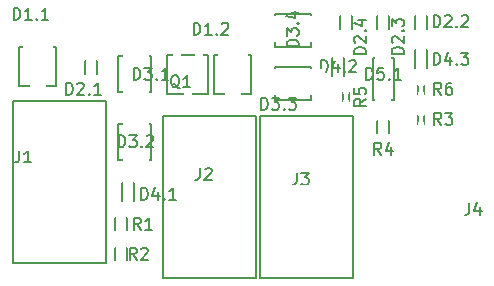
<source format=gbr>
G04 #@! TF.GenerationSoftware,KiCad,Pcbnew,(5.0.1)-3*
G04 #@! TF.CreationDate,2019-02-21T23:49:24-07:00*
G04 #@! TF.ProjectId,PowerManagement2019,506F7765724D616E6167656D656E7432,rev?*
G04 #@! TF.SameCoordinates,Original*
G04 #@! TF.FileFunction,Legend,Top*
G04 #@! TF.FilePolarity,Positive*
%FSLAX46Y46*%
G04 Gerber Fmt 4.6, Leading zero omitted, Abs format (unit mm)*
G04 Created by KiCad (PCBNEW (5.0.1)-3) date 2019-02-21 11:49:24 PM*
%MOMM*%
%LPD*%
G01*
G04 APERTURE LIST*
%ADD10C,0.150000*%
%ADD11R,2.642000X2.772000*%
%ADD12R,1.372000X0.862000*%
%ADD13R,0.902000X0.902000*%
%ADD14R,2.202000X1.372000*%
%ADD15R,1.372000X2.202000*%
%ADD16R,0.902000X0.702000*%
%ADD17R,1.322000X1.322000*%
%ADD18R,7.102000X3.602000*%
%ADD19R,3.602000X7.102000*%
%ADD20C,3.102000*%
%ADD21C,1.602000*%
%ADD22R,0.702000X1.502000*%
%ADD23R,0.902000X0.502000*%
%ADD24R,0.502000X0.502000*%
G04 APERTURE END LIST*
D10*
G04 #@! TO.C,D1.1*
X208534000Y-138176000D02*
X205994000Y-138176000D01*
X205994000Y-138176000D02*
X205994000Y-134874000D01*
X205994000Y-134874000D02*
X209169000Y-134874000D01*
X209169000Y-134874000D02*
X209169000Y-138176000D01*
X209169000Y-138176000D02*
X208407000Y-138176000D01*
G04 #@! TO.C,D1.2*
X225679000Y-138811000D02*
X224917000Y-138811000D01*
X225679000Y-135509000D02*
X225679000Y-138811000D01*
X222504000Y-135509000D02*
X225679000Y-135509000D01*
X222504000Y-138811000D02*
X222504000Y-135509000D01*
X225044000Y-138811000D02*
X222504000Y-138811000D01*
G04 #@! TO.C,D2.1*
X212598000Y-137160000D02*
X211582000Y-137160000D01*
X212598000Y-136017000D02*
X212598000Y-137160000D01*
X211582000Y-136017000D02*
X212598000Y-136017000D01*
X211582000Y-137160000D02*
X211582000Y-136017000D01*
G04 #@! TO.C,D2.4*
X233172000Y-133350000D02*
X233172000Y-132207000D01*
X233172000Y-132207000D02*
X234188000Y-132207000D01*
X234188000Y-132207000D02*
X234188000Y-133350000D01*
X234188000Y-133350000D02*
X233172000Y-133350000D01*
G04 #@! TO.C,D2.2*
X240538000Y-133350000D02*
X239522000Y-133350000D01*
X240538000Y-132207000D02*
X240538000Y-133350000D01*
X239522000Y-132207000D02*
X240538000Y-132207000D01*
X239522000Y-133350000D02*
X239522000Y-132207000D01*
G04 #@! TO.C,D2.3*
X236347000Y-133350000D02*
X236347000Y-132207000D01*
X236347000Y-132207000D02*
X237363000Y-132207000D01*
X237363000Y-132207000D02*
X237363000Y-133350000D01*
X237363000Y-133350000D02*
X236347000Y-133350000D01*
G04 #@! TO.C,D3.1*
X217170000Y-138684000D02*
X217170000Y-135636000D01*
X214376000Y-138684000D02*
X217170000Y-138684000D01*
X214376000Y-135636000D02*
X214376000Y-138684000D01*
X217170000Y-135636000D02*
X214376000Y-135636000D01*
G04 #@! TO.C,D3.2*
X217170000Y-141351000D02*
X214376000Y-141351000D01*
X214376000Y-141351000D02*
X214376000Y-144399000D01*
X214376000Y-144399000D02*
X217170000Y-144399000D01*
X217170000Y-144399000D02*
X217170000Y-141351000D01*
G04 #@! TO.C,D3.3*
X230759000Y-136525000D02*
X227711000Y-136525000D01*
X230759000Y-139319000D02*
X230759000Y-136525000D01*
X227711000Y-139319000D02*
X230759000Y-139319000D01*
X227711000Y-136525000D02*
X227711000Y-139319000D01*
G04 #@! TO.C,D3.4*
X227711000Y-132080000D02*
X227711000Y-134874000D01*
X227711000Y-134874000D02*
X230759000Y-134874000D01*
X230759000Y-134874000D02*
X230759000Y-132080000D01*
X230759000Y-132080000D02*
X227711000Y-132080000D01*
G04 #@! TO.C,D4.1*
X215773000Y-146343000D02*
X214757000Y-146343000D01*
X214757000Y-146343000D02*
X214757000Y-147867000D01*
X214757000Y-147867000D02*
X215773000Y-147867000D01*
X215773000Y-147867000D02*
X215773000Y-146343000D01*
G04 #@! TO.C,D4.2*
X232537000Y-135763000D02*
X232537000Y-137287000D01*
X233553000Y-135763000D02*
X232537000Y-135763000D01*
X233553000Y-137287000D02*
X233553000Y-135763000D01*
X232537000Y-137287000D02*
X233553000Y-137287000D01*
G04 #@! TO.C,D4.3*
X240538000Y-135128000D02*
X239522000Y-135128000D01*
X239522000Y-135128000D02*
X239522000Y-136652000D01*
X239522000Y-136652000D02*
X240538000Y-136652000D01*
X240538000Y-136652000D02*
X240538000Y-135128000D01*
G04 #@! TO.C,D5.1*
X235966000Y-139378000D02*
X237744000Y-139378000D01*
X237744000Y-139378000D02*
X237744000Y-135822000D01*
X237744000Y-135822000D02*
X235966000Y-135822000D01*
X235966000Y-135822000D02*
X235966000Y-139378000D01*
G04 #@! TO.C,J1*
X213360000Y-153162000D02*
X213360000Y-139446000D01*
X213360000Y-139446000D02*
X205486000Y-139446000D01*
X213360000Y-153162000D02*
X205486000Y-153162000D01*
X205486000Y-153162000D02*
X205486000Y-139446000D01*
G04 #@! TO.C,J2*
X218186000Y-154432000D02*
X218186000Y-140716000D01*
X226060000Y-154432000D02*
X218186000Y-154432000D01*
X226060000Y-140716000D02*
X218186000Y-140716000D01*
X226060000Y-154432000D02*
X226060000Y-140716000D01*
G04 #@! TO.C,J3*
X234315000Y-154432000D02*
X234315000Y-140716000D01*
X234315000Y-140716000D02*
X226441000Y-140716000D01*
X234315000Y-154432000D02*
X226441000Y-154432000D01*
X226441000Y-154432000D02*
X226441000Y-140716000D01*
G04 #@! TO.C,Q1*
X221996000Y-138811000D02*
X218567000Y-138811000D01*
X218567000Y-138557000D02*
X218567000Y-135509000D01*
X218567000Y-135509000D02*
X221996000Y-135509000D01*
X221996000Y-135509000D02*
X221996000Y-138557000D01*
X218567000Y-138811000D02*
X218567000Y-138303000D01*
X221996000Y-138811000D02*
X221996000Y-138176000D01*
G04 #@! TO.C,R1*
X214122000Y-150368000D02*
X215138000Y-150368000D01*
X215138000Y-150368000D02*
X215138000Y-149352000D01*
X215138000Y-149352000D02*
X214122000Y-149352000D01*
X214122000Y-149352000D02*
X214122000Y-150368000D01*
G04 #@! TO.C,R2*
X214122000Y-151892000D02*
X214122000Y-152908000D01*
X215138000Y-151892000D02*
X214122000Y-151892000D01*
X215138000Y-152908000D02*
X215138000Y-151892000D01*
X214122000Y-152908000D02*
X215138000Y-152908000D01*
G04 #@! TO.C,R3*
X239776000Y-141351000D02*
X240284000Y-141351000D01*
X240284000Y-141351000D02*
X240284000Y-140589000D01*
X240284000Y-140589000D02*
X239776000Y-140589000D01*
X239776000Y-140589000D02*
X239776000Y-141351000D01*
G04 #@! TO.C,R4*
X236347000Y-142113000D02*
X237363000Y-142113000D01*
X237363000Y-142113000D02*
X237363000Y-141097000D01*
X237363000Y-141097000D02*
X236347000Y-141097000D01*
X236347000Y-141097000D02*
X236347000Y-142113000D01*
G04 #@! TO.C,R5*
X233426000Y-138684000D02*
X233426000Y-139446000D01*
X233934000Y-138684000D02*
X233426000Y-138684000D01*
X233934000Y-139446000D02*
X233934000Y-138684000D01*
X233426000Y-139446000D02*
X233934000Y-139446000D01*
G04 #@! TO.C,R6*
X240284000Y-138049000D02*
X239776000Y-138049000D01*
X239776000Y-138049000D02*
X239776000Y-138811000D01*
X239776000Y-138811000D02*
X240284000Y-138811000D01*
X240284000Y-138811000D02*
X240284000Y-138049000D01*
G04 #@! TO.C,D1.1*
X205557619Y-132532380D02*
X205557619Y-131532380D01*
X205795714Y-131532380D01*
X205938571Y-131580000D01*
X206033809Y-131675238D01*
X206081428Y-131770476D01*
X206129047Y-131960952D01*
X206129047Y-132103809D01*
X206081428Y-132294285D01*
X206033809Y-132389523D01*
X205938571Y-132484761D01*
X205795714Y-132532380D01*
X205557619Y-132532380D01*
X207081428Y-132532380D02*
X206510000Y-132532380D01*
X206795714Y-132532380D02*
X206795714Y-131532380D01*
X206700476Y-131675238D01*
X206605238Y-131770476D01*
X206510000Y-131818095D01*
X207510000Y-132437142D02*
X207557619Y-132484761D01*
X207510000Y-132532380D01*
X207462380Y-132484761D01*
X207510000Y-132437142D01*
X207510000Y-132532380D01*
X208510000Y-132532380D02*
X207938571Y-132532380D01*
X208224285Y-132532380D02*
X208224285Y-131532380D01*
X208129047Y-131675238D01*
X208033809Y-131770476D01*
X207938571Y-131818095D01*
G04 #@! TO.C,D1.2*
X220797619Y-133802380D02*
X220797619Y-132802380D01*
X221035714Y-132802380D01*
X221178571Y-132850000D01*
X221273809Y-132945238D01*
X221321428Y-133040476D01*
X221369047Y-133230952D01*
X221369047Y-133373809D01*
X221321428Y-133564285D01*
X221273809Y-133659523D01*
X221178571Y-133754761D01*
X221035714Y-133802380D01*
X220797619Y-133802380D01*
X222321428Y-133802380D02*
X221750000Y-133802380D01*
X222035714Y-133802380D02*
X222035714Y-132802380D01*
X221940476Y-132945238D01*
X221845238Y-133040476D01*
X221750000Y-133088095D01*
X222750000Y-133707142D02*
X222797619Y-133754761D01*
X222750000Y-133802380D01*
X222702380Y-133754761D01*
X222750000Y-133707142D01*
X222750000Y-133802380D01*
X223178571Y-132897619D02*
X223226190Y-132850000D01*
X223321428Y-132802380D01*
X223559523Y-132802380D01*
X223654761Y-132850000D01*
X223702380Y-132897619D01*
X223750000Y-132992857D01*
X223750000Y-133088095D01*
X223702380Y-133230952D01*
X223130952Y-133802380D01*
X223750000Y-133802380D01*
G04 #@! TO.C,D2.1*
X210002619Y-138882380D02*
X210002619Y-137882380D01*
X210240714Y-137882380D01*
X210383571Y-137930000D01*
X210478809Y-138025238D01*
X210526428Y-138120476D01*
X210574047Y-138310952D01*
X210574047Y-138453809D01*
X210526428Y-138644285D01*
X210478809Y-138739523D01*
X210383571Y-138834761D01*
X210240714Y-138882380D01*
X210002619Y-138882380D01*
X210955000Y-137977619D02*
X211002619Y-137930000D01*
X211097857Y-137882380D01*
X211335952Y-137882380D01*
X211431190Y-137930000D01*
X211478809Y-137977619D01*
X211526428Y-138072857D01*
X211526428Y-138168095D01*
X211478809Y-138310952D01*
X210907380Y-138882380D01*
X211526428Y-138882380D01*
X211955000Y-138787142D02*
X212002619Y-138834761D01*
X211955000Y-138882380D01*
X211907380Y-138834761D01*
X211955000Y-138787142D01*
X211955000Y-138882380D01*
X212955000Y-138882380D02*
X212383571Y-138882380D01*
X212669285Y-138882380D02*
X212669285Y-137882380D01*
X212574047Y-138025238D01*
X212478809Y-138120476D01*
X212383571Y-138168095D01*
G04 #@! TO.C,D2.4*
X235402380Y-135437380D02*
X234402380Y-135437380D01*
X234402380Y-135199285D01*
X234450000Y-135056428D01*
X234545238Y-134961190D01*
X234640476Y-134913571D01*
X234830952Y-134865952D01*
X234973809Y-134865952D01*
X235164285Y-134913571D01*
X235259523Y-134961190D01*
X235354761Y-135056428D01*
X235402380Y-135199285D01*
X235402380Y-135437380D01*
X234497619Y-134485000D02*
X234450000Y-134437380D01*
X234402380Y-134342142D01*
X234402380Y-134104047D01*
X234450000Y-134008809D01*
X234497619Y-133961190D01*
X234592857Y-133913571D01*
X234688095Y-133913571D01*
X234830952Y-133961190D01*
X235402380Y-134532619D01*
X235402380Y-133913571D01*
X235307142Y-133485000D02*
X235354761Y-133437380D01*
X235402380Y-133485000D01*
X235354761Y-133532619D01*
X235307142Y-133485000D01*
X235402380Y-133485000D01*
X234735714Y-132580238D02*
X235402380Y-132580238D01*
X234354761Y-132818333D02*
X235069047Y-133056428D01*
X235069047Y-132437380D01*
G04 #@! TO.C,D2.2*
X241117619Y-133167380D02*
X241117619Y-132167380D01*
X241355714Y-132167380D01*
X241498571Y-132215000D01*
X241593809Y-132310238D01*
X241641428Y-132405476D01*
X241689047Y-132595952D01*
X241689047Y-132738809D01*
X241641428Y-132929285D01*
X241593809Y-133024523D01*
X241498571Y-133119761D01*
X241355714Y-133167380D01*
X241117619Y-133167380D01*
X242070000Y-132262619D02*
X242117619Y-132215000D01*
X242212857Y-132167380D01*
X242450952Y-132167380D01*
X242546190Y-132215000D01*
X242593809Y-132262619D01*
X242641428Y-132357857D01*
X242641428Y-132453095D01*
X242593809Y-132595952D01*
X242022380Y-133167380D01*
X242641428Y-133167380D01*
X243070000Y-133072142D02*
X243117619Y-133119761D01*
X243070000Y-133167380D01*
X243022380Y-133119761D01*
X243070000Y-133072142D01*
X243070000Y-133167380D01*
X243498571Y-132262619D02*
X243546190Y-132215000D01*
X243641428Y-132167380D01*
X243879523Y-132167380D01*
X243974761Y-132215000D01*
X244022380Y-132262619D01*
X244070000Y-132357857D01*
X244070000Y-132453095D01*
X244022380Y-132595952D01*
X243450952Y-133167380D01*
X244070000Y-133167380D01*
G04 #@! TO.C,D2.3*
X238577380Y-135437380D02*
X237577380Y-135437380D01*
X237577380Y-135199285D01*
X237625000Y-135056428D01*
X237720238Y-134961190D01*
X237815476Y-134913571D01*
X238005952Y-134865952D01*
X238148809Y-134865952D01*
X238339285Y-134913571D01*
X238434523Y-134961190D01*
X238529761Y-135056428D01*
X238577380Y-135199285D01*
X238577380Y-135437380D01*
X237672619Y-134485000D02*
X237625000Y-134437380D01*
X237577380Y-134342142D01*
X237577380Y-134104047D01*
X237625000Y-134008809D01*
X237672619Y-133961190D01*
X237767857Y-133913571D01*
X237863095Y-133913571D01*
X238005952Y-133961190D01*
X238577380Y-134532619D01*
X238577380Y-133913571D01*
X238482142Y-133485000D02*
X238529761Y-133437380D01*
X238577380Y-133485000D01*
X238529761Y-133532619D01*
X238482142Y-133485000D01*
X238577380Y-133485000D01*
X237577380Y-133104047D02*
X237577380Y-132485000D01*
X237958333Y-132818333D01*
X237958333Y-132675476D01*
X238005952Y-132580238D01*
X238053571Y-132532619D01*
X238148809Y-132485000D01*
X238386904Y-132485000D01*
X238482142Y-132532619D01*
X238529761Y-132580238D01*
X238577380Y-132675476D01*
X238577380Y-132961190D01*
X238529761Y-133056428D01*
X238482142Y-133104047D01*
G04 #@! TO.C,D3.1*
X215717619Y-137612380D02*
X215717619Y-136612380D01*
X215955714Y-136612380D01*
X216098571Y-136660000D01*
X216193809Y-136755238D01*
X216241428Y-136850476D01*
X216289047Y-137040952D01*
X216289047Y-137183809D01*
X216241428Y-137374285D01*
X216193809Y-137469523D01*
X216098571Y-137564761D01*
X215955714Y-137612380D01*
X215717619Y-137612380D01*
X216622380Y-136612380D02*
X217241428Y-136612380D01*
X216908095Y-136993333D01*
X217050952Y-136993333D01*
X217146190Y-137040952D01*
X217193809Y-137088571D01*
X217241428Y-137183809D01*
X217241428Y-137421904D01*
X217193809Y-137517142D01*
X217146190Y-137564761D01*
X217050952Y-137612380D01*
X216765238Y-137612380D01*
X216670000Y-137564761D01*
X216622380Y-137517142D01*
X217670000Y-137517142D02*
X217717619Y-137564761D01*
X217670000Y-137612380D01*
X217622380Y-137564761D01*
X217670000Y-137517142D01*
X217670000Y-137612380D01*
X218670000Y-137612380D02*
X218098571Y-137612380D01*
X218384285Y-137612380D02*
X218384285Y-136612380D01*
X218289047Y-136755238D01*
X218193809Y-136850476D01*
X218098571Y-136898095D01*
G04 #@! TO.C,D3.2*
X214447619Y-143327380D02*
X214447619Y-142327380D01*
X214685714Y-142327380D01*
X214828571Y-142375000D01*
X214923809Y-142470238D01*
X214971428Y-142565476D01*
X215019047Y-142755952D01*
X215019047Y-142898809D01*
X214971428Y-143089285D01*
X214923809Y-143184523D01*
X214828571Y-143279761D01*
X214685714Y-143327380D01*
X214447619Y-143327380D01*
X215352380Y-142327380D02*
X215971428Y-142327380D01*
X215638095Y-142708333D01*
X215780952Y-142708333D01*
X215876190Y-142755952D01*
X215923809Y-142803571D01*
X215971428Y-142898809D01*
X215971428Y-143136904D01*
X215923809Y-143232142D01*
X215876190Y-143279761D01*
X215780952Y-143327380D01*
X215495238Y-143327380D01*
X215400000Y-143279761D01*
X215352380Y-143232142D01*
X216400000Y-143232142D02*
X216447619Y-143279761D01*
X216400000Y-143327380D01*
X216352380Y-143279761D01*
X216400000Y-143232142D01*
X216400000Y-143327380D01*
X216828571Y-142422619D02*
X216876190Y-142375000D01*
X216971428Y-142327380D01*
X217209523Y-142327380D01*
X217304761Y-142375000D01*
X217352380Y-142422619D01*
X217400000Y-142517857D01*
X217400000Y-142613095D01*
X217352380Y-142755952D01*
X216780952Y-143327380D01*
X217400000Y-143327380D01*
G04 #@! TO.C,D3.3*
X226512619Y-140152380D02*
X226512619Y-139152380D01*
X226750714Y-139152380D01*
X226893571Y-139200000D01*
X226988809Y-139295238D01*
X227036428Y-139390476D01*
X227084047Y-139580952D01*
X227084047Y-139723809D01*
X227036428Y-139914285D01*
X226988809Y-140009523D01*
X226893571Y-140104761D01*
X226750714Y-140152380D01*
X226512619Y-140152380D01*
X227417380Y-139152380D02*
X228036428Y-139152380D01*
X227703095Y-139533333D01*
X227845952Y-139533333D01*
X227941190Y-139580952D01*
X227988809Y-139628571D01*
X228036428Y-139723809D01*
X228036428Y-139961904D01*
X227988809Y-140057142D01*
X227941190Y-140104761D01*
X227845952Y-140152380D01*
X227560238Y-140152380D01*
X227465000Y-140104761D01*
X227417380Y-140057142D01*
X228465000Y-140057142D02*
X228512619Y-140104761D01*
X228465000Y-140152380D01*
X228417380Y-140104761D01*
X228465000Y-140057142D01*
X228465000Y-140152380D01*
X228845952Y-139152380D02*
X229465000Y-139152380D01*
X229131666Y-139533333D01*
X229274523Y-139533333D01*
X229369761Y-139580952D01*
X229417380Y-139628571D01*
X229465000Y-139723809D01*
X229465000Y-139961904D01*
X229417380Y-140057142D01*
X229369761Y-140104761D01*
X229274523Y-140152380D01*
X228988809Y-140152380D01*
X228893571Y-140104761D01*
X228845952Y-140057142D01*
G04 #@! TO.C,D3.4*
X229687380Y-134802380D02*
X228687380Y-134802380D01*
X228687380Y-134564285D01*
X228735000Y-134421428D01*
X228830238Y-134326190D01*
X228925476Y-134278571D01*
X229115952Y-134230952D01*
X229258809Y-134230952D01*
X229449285Y-134278571D01*
X229544523Y-134326190D01*
X229639761Y-134421428D01*
X229687380Y-134564285D01*
X229687380Y-134802380D01*
X228687380Y-133897619D02*
X228687380Y-133278571D01*
X229068333Y-133611904D01*
X229068333Y-133469047D01*
X229115952Y-133373809D01*
X229163571Y-133326190D01*
X229258809Y-133278571D01*
X229496904Y-133278571D01*
X229592142Y-133326190D01*
X229639761Y-133373809D01*
X229687380Y-133469047D01*
X229687380Y-133754761D01*
X229639761Y-133850000D01*
X229592142Y-133897619D01*
X229592142Y-132850000D02*
X229639761Y-132802380D01*
X229687380Y-132850000D01*
X229639761Y-132897619D01*
X229592142Y-132850000D01*
X229687380Y-132850000D01*
X229020714Y-131945238D02*
X229687380Y-131945238D01*
X228639761Y-132183333D02*
X229354047Y-132421428D01*
X229354047Y-131802380D01*
G04 #@! TO.C,D4.1*
X216352619Y-147772380D02*
X216352619Y-146772380D01*
X216590714Y-146772380D01*
X216733571Y-146820000D01*
X216828809Y-146915238D01*
X216876428Y-147010476D01*
X216924047Y-147200952D01*
X216924047Y-147343809D01*
X216876428Y-147534285D01*
X216828809Y-147629523D01*
X216733571Y-147724761D01*
X216590714Y-147772380D01*
X216352619Y-147772380D01*
X217781190Y-147105714D02*
X217781190Y-147772380D01*
X217543095Y-146724761D02*
X217305000Y-147439047D01*
X217924047Y-147439047D01*
X218305000Y-147677142D02*
X218352619Y-147724761D01*
X218305000Y-147772380D01*
X218257380Y-147724761D01*
X218305000Y-147677142D01*
X218305000Y-147772380D01*
X219305000Y-147772380D02*
X218733571Y-147772380D01*
X219019285Y-147772380D02*
X219019285Y-146772380D01*
X218924047Y-146915238D01*
X218828809Y-147010476D01*
X218733571Y-147058095D01*
G04 #@! TO.C,D4.2*
X231592619Y-136977380D02*
X231592619Y-135977380D01*
X231830714Y-135977380D01*
X231973571Y-136025000D01*
X232068809Y-136120238D01*
X232116428Y-136215476D01*
X232164047Y-136405952D01*
X232164047Y-136548809D01*
X232116428Y-136739285D01*
X232068809Y-136834523D01*
X231973571Y-136929761D01*
X231830714Y-136977380D01*
X231592619Y-136977380D01*
X233021190Y-136310714D02*
X233021190Y-136977380D01*
X232783095Y-135929761D02*
X232545000Y-136644047D01*
X233164047Y-136644047D01*
X233545000Y-136882142D02*
X233592619Y-136929761D01*
X233545000Y-136977380D01*
X233497380Y-136929761D01*
X233545000Y-136882142D01*
X233545000Y-136977380D01*
X233973571Y-136072619D02*
X234021190Y-136025000D01*
X234116428Y-135977380D01*
X234354523Y-135977380D01*
X234449761Y-136025000D01*
X234497380Y-136072619D01*
X234545000Y-136167857D01*
X234545000Y-136263095D01*
X234497380Y-136405952D01*
X233925952Y-136977380D01*
X234545000Y-136977380D01*
G04 #@! TO.C,D4.3*
X241117619Y-136342380D02*
X241117619Y-135342380D01*
X241355714Y-135342380D01*
X241498571Y-135390000D01*
X241593809Y-135485238D01*
X241641428Y-135580476D01*
X241689047Y-135770952D01*
X241689047Y-135913809D01*
X241641428Y-136104285D01*
X241593809Y-136199523D01*
X241498571Y-136294761D01*
X241355714Y-136342380D01*
X241117619Y-136342380D01*
X242546190Y-135675714D02*
X242546190Y-136342380D01*
X242308095Y-135294761D02*
X242070000Y-136009047D01*
X242689047Y-136009047D01*
X243070000Y-136247142D02*
X243117619Y-136294761D01*
X243070000Y-136342380D01*
X243022380Y-136294761D01*
X243070000Y-136247142D01*
X243070000Y-136342380D01*
X243450952Y-135342380D02*
X244070000Y-135342380D01*
X243736666Y-135723333D01*
X243879523Y-135723333D01*
X243974761Y-135770952D01*
X244022380Y-135818571D01*
X244070000Y-135913809D01*
X244070000Y-136151904D01*
X244022380Y-136247142D01*
X243974761Y-136294761D01*
X243879523Y-136342380D01*
X243593809Y-136342380D01*
X243498571Y-136294761D01*
X243450952Y-136247142D01*
G04 #@! TO.C,D5.1*
X235402619Y-137612380D02*
X235402619Y-136612380D01*
X235640714Y-136612380D01*
X235783571Y-136660000D01*
X235878809Y-136755238D01*
X235926428Y-136850476D01*
X235974047Y-137040952D01*
X235974047Y-137183809D01*
X235926428Y-137374285D01*
X235878809Y-137469523D01*
X235783571Y-137564761D01*
X235640714Y-137612380D01*
X235402619Y-137612380D01*
X236878809Y-136612380D02*
X236402619Y-136612380D01*
X236355000Y-137088571D01*
X236402619Y-137040952D01*
X236497857Y-136993333D01*
X236735952Y-136993333D01*
X236831190Y-137040952D01*
X236878809Y-137088571D01*
X236926428Y-137183809D01*
X236926428Y-137421904D01*
X236878809Y-137517142D01*
X236831190Y-137564761D01*
X236735952Y-137612380D01*
X236497857Y-137612380D01*
X236402619Y-137564761D01*
X236355000Y-137517142D01*
X237355000Y-137517142D02*
X237402619Y-137564761D01*
X237355000Y-137612380D01*
X237307380Y-137564761D01*
X237355000Y-137517142D01*
X237355000Y-137612380D01*
X238355000Y-137612380D02*
X237783571Y-137612380D01*
X238069285Y-137612380D02*
X238069285Y-136612380D01*
X237974047Y-136755238D01*
X237878809Y-136850476D01*
X237783571Y-136898095D01*
G04 #@! TO.C,J1*
X206041666Y-143597380D02*
X206041666Y-144311666D01*
X205994047Y-144454523D01*
X205898809Y-144549761D01*
X205755952Y-144597380D01*
X205660714Y-144597380D01*
X207041666Y-144597380D02*
X206470238Y-144597380D01*
X206755952Y-144597380D02*
X206755952Y-143597380D01*
X206660714Y-143740238D01*
X206565476Y-143835476D01*
X206470238Y-143883095D01*
G04 #@! TO.C,J2*
X221341666Y-145102380D02*
X221341666Y-145816666D01*
X221294047Y-145959523D01*
X221198809Y-146054761D01*
X221055952Y-146102380D01*
X220960714Y-146102380D01*
X221770238Y-145197619D02*
X221817857Y-145150000D01*
X221913095Y-145102380D01*
X222151190Y-145102380D01*
X222246428Y-145150000D01*
X222294047Y-145197619D01*
X222341666Y-145292857D01*
X222341666Y-145388095D01*
X222294047Y-145530952D01*
X221722619Y-146102380D01*
X222341666Y-146102380D01*
G04 #@! TO.C,J3*
X229536666Y-145502380D02*
X229536666Y-146216666D01*
X229489047Y-146359523D01*
X229393809Y-146454761D01*
X229250952Y-146502380D01*
X229155714Y-146502380D01*
X229917619Y-145502380D02*
X230536666Y-145502380D01*
X230203333Y-145883333D01*
X230346190Y-145883333D01*
X230441428Y-145930952D01*
X230489047Y-145978571D01*
X230536666Y-146073809D01*
X230536666Y-146311904D01*
X230489047Y-146407142D01*
X230441428Y-146454761D01*
X230346190Y-146502380D01*
X230060476Y-146502380D01*
X229965238Y-146454761D01*
X229917619Y-146407142D01*
G04 #@! TO.C,J4*
X244141666Y-148042380D02*
X244141666Y-148756666D01*
X244094047Y-148899523D01*
X243998809Y-148994761D01*
X243855952Y-149042380D01*
X243760714Y-149042380D01*
X245046428Y-148375714D02*
X245046428Y-149042380D01*
X244808333Y-147994761D02*
X244570238Y-148709047D01*
X245189285Y-148709047D01*
G04 #@! TO.C,Q1*
X219614761Y-138342619D02*
X219519523Y-138295000D01*
X219424285Y-138199761D01*
X219281428Y-138056904D01*
X219186190Y-138009285D01*
X219090952Y-138009285D01*
X219138571Y-138247380D02*
X219043333Y-138199761D01*
X218948095Y-138104523D01*
X218900476Y-137914047D01*
X218900476Y-137580714D01*
X218948095Y-137390238D01*
X219043333Y-137295000D01*
X219138571Y-137247380D01*
X219329047Y-137247380D01*
X219424285Y-137295000D01*
X219519523Y-137390238D01*
X219567142Y-137580714D01*
X219567142Y-137914047D01*
X219519523Y-138104523D01*
X219424285Y-138199761D01*
X219329047Y-138247380D01*
X219138571Y-138247380D01*
X220519523Y-138247380D02*
X219948095Y-138247380D01*
X220233809Y-138247380D02*
X220233809Y-137247380D01*
X220138571Y-137390238D01*
X220043333Y-137485476D01*
X219948095Y-137533095D01*
G04 #@! TO.C,R1*
X216328333Y-150312380D02*
X215995000Y-149836190D01*
X215756904Y-150312380D02*
X215756904Y-149312380D01*
X216137857Y-149312380D01*
X216233095Y-149360000D01*
X216280714Y-149407619D01*
X216328333Y-149502857D01*
X216328333Y-149645714D01*
X216280714Y-149740952D01*
X216233095Y-149788571D01*
X216137857Y-149836190D01*
X215756904Y-149836190D01*
X217280714Y-150312380D02*
X216709285Y-150312380D01*
X216995000Y-150312380D02*
X216995000Y-149312380D01*
X216899761Y-149455238D01*
X216804523Y-149550476D01*
X216709285Y-149598095D01*
G04 #@! TO.C,R2*
X215987333Y-152852380D02*
X215654000Y-152376190D01*
X215415904Y-152852380D02*
X215415904Y-151852380D01*
X215796857Y-151852380D01*
X215892095Y-151900000D01*
X215939714Y-151947619D01*
X215987333Y-152042857D01*
X215987333Y-152185714D01*
X215939714Y-152280952D01*
X215892095Y-152328571D01*
X215796857Y-152376190D01*
X215415904Y-152376190D01*
X216368285Y-151947619D02*
X216415904Y-151900000D01*
X216511142Y-151852380D01*
X216749238Y-151852380D01*
X216844476Y-151900000D01*
X216892095Y-151947619D01*
X216939714Y-152042857D01*
X216939714Y-152138095D01*
X216892095Y-152280952D01*
X216320666Y-152852380D01*
X216939714Y-152852380D01*
G04 #@! TO.C,R3*
X241768333Y-141422380D02*
X241435000Y-140946190D01*
X241196904Y-141422380D02*
X241196904Y-140422380D01*
X241577857Y-140422380D01*
X241673095Y-140470000D01*
X241720714Y-140517619D01*
X241768333Y-140612857D01*
X241768333Y-140755714D01*
X241720714Y-140850952D01*
X241673095Y-140898571D01*
X241577857Y-140946190D01*
X241196904Y-140946190D01*
X242101666Y-140422380D02*
X242720714Y-140422380D01*
X242387380Y-140803333D01*
X242530238Y-140803333D01*
X242625476Y-140850952D01*
X242673095Y-140898571D01*
X242720714Y-140993809D01*
X242720714Y-141231904D01*
X242673095Y-141327142D01*
X242625476Y-141374761D01*
X242530238Y-141422380D01*
X242244523Y-141422380D01*
X242149285Y-141374761D01*
X242101666Y-141327142D01*
G04 #@! TO.C,R4*
X236688333Y-143962380D02*
X236355000Y-143486190D01*
X236116904Y-143962380D02*
X236116904Y-142962380D01*
X236497857Y-142962380D01*
X236593095Y-143010000D01*
X236640714Y-143057619D01*
X236688333Y-143152857D01*
X236688333Y-143295714D01*
X236640714Y-143390952D01*
X236593095Y-143438571D01*
X236497857Y-143486190D01*
X236116904Y-143486190D01*
X237545476Y-143295714D02*
X237545476Y-143962380D01*
X237307380Y-142914761D02*
X237069285Y-143629047D01*
X237688333Y-143629047D01*
G04 #@! TO.C,R5*
X235402380Y-139231666D02*
X234926190Y-139565000D01*
X235402380Y-139803095D02*
X234402380Y-139803095D01*
X234402380Y-139422142D01*
X234450000Y-139326904D01*
X234497619Y-139279285D01*
X234592857Y-139231666D01*
X234735714Y-139231666D01*
X234830952Y-139279285D01*
X234878571Y-139326904D01*
X234926190Y-139422142D01*
X234926190Y-139803095D01*
X234402380Y-138326904D02*
X234402380Y-138803095D01*
X234878571Y-138850714D01*
X234830952Y-138803095D01*
X234783333Y-138707857D01*
X234783333Y-138469761D01*
X234830952Y-138374523D01*
X234878571Y-138326904D01*
X234973809Y-138279285D01*
X235211904Y-138279285D01*
X235307142Y-138326904D01*
X235354761Y-138374523D01*
X235402380Y-138469761D01*
X235402380Y-138707857D01*
X235354761Y-138803095D01*
X235307142Y-138850714D01*
G04 #@! TO.C,R6*
X241768333Y-138882380D02*
X241435000Y-138406190D01*
X241196904Y-138882380D02*
X241196904Y-137882380D01*
X241577857Y-137882380D01*
X241673095Y-137930000D01*
X241720714Y-137977619D01*
X241768333Y-138072857D01*
X241768333Y-138215714D01*
X241720714Y-138310952D01*
X241673095Y-138358571D01*
X241577857Y-138406190D01*
X241196904Y-138406190D01*
X242625476Y-137882380D02*
X242435000Y-137882380D01*
X242339761Y-137930000D01*
X242292142Y-137977619D01*
X242196904Y-138120476D01*
X242149285Y-138310952D01*
X242149285Y-138691904D01*
X242196904Y-138787142D01*
X242244523Y-138834761D01*
X242339761Y-138882380D01*
X242530238Y-138882380D01*
X242625476Y-138834761D01*
X242673095Y-138787142D01*
X242720714Y-138691904D01*
X242720714Y-138453809D01*
X242673095Y-138358571D01*
X242625476Y-138310952D01*
X242530238Y-138263333D01*
X242339761Y-138263333D01*
X242244523Y-138310952D01*
X242196904Y-138358571D01*
X242149285Y-138453809D01*
G04 #@! TD*
%LPC*%
D11*
G04 #@! TO.C,D1.1*
X207645000Y-135825000D03*
D12*
X207645000Y-138180000D03*
G04 #@! TD*
G04 #@! TO.C,D1.2*
X224155000Y-138815000D03*
D11*
X224155000Y-136460000D03*
G04 #@! TD*
D13*
G04 #@! TO.C,D2.1*
X212090000Y-137275000D03*
X212090000Y-135775000D03*
G04 #@! TD*
G04 #@! TO.C,D2.4*
X233680000Y-131965000D03*
X233680000Y-133465000D03*
G04 #@! TD*
G04 #@! TO.C,D2.2*
X240030000Y-133465000D03*
X240030000Y-131965000D03*
G04 #@! TD*
G04 #@! TO.C,D2.3*
X236855000Y-131965000D03*
X236855000Y-133465000D03*
G04 #@! TD*
D14*
G04 #@! TO.C,D3.1*
X215900000Y-135175000D03*
X215900000Y-139145000D03*
G04 #@! TD*
G04 #@! TO.C,D3.2*
X215900000Y-144860000D03*
X215900000Y-140890000D03*
G04 #@! TD*
D15*
G04 #@! TO.C,D3.3*
X227250000Y-137795000D03*
X231220000Y-137795000D03*
G04 #@! TD*
G04 #@! TO.C,D3.4*
X231220000Y-133350000D03*
X227250000Y-133350000D03*
G04 #@! TD*
D16*
G04 #@! TO.C,D4.1*
X215265000Y-147955000D03*
X215265000Y-146255000D03*
G04 #@! TD*
G04 #@! TO.C,D4.2*
X233045000Y-137375000D03*
X233045000Y-135675000D03*
G04 #@! TD*
G04 #@! TO.C,D4.3*
X240030000Y-136740000D03*
X240030000Y-135040000D03*
G04 #@! TD*
D17*
G04 #@! TO.C,D5.1*
X236855000Y-135500000D03*
X236855000Y-139700000D03*
G04 #@! TD*
D18*
G04 #@! TO.C,J1*
X209375000Y-141875000D03*
D19*
X208975000Y-148825000D03*
G04 #@! TD*
G04 #@! TO.C,J2*
X221675000Y-150095000D03*
D18*
X222075000Y-143145000D03*
G04 #@! TD*
G04 #@! TO.C,J3*
X230330000Y-143145000D03*
D19*
X229930000Y-150095000D03*
G04 #@! TD*
D20*
G04 #@! TO.C,J4*
X241935000Y-148745000D03*
D21*
X238935000Y-153065000D03*
X241935000Y-153065000D03*
X238935000Y-156065000D03*
X241935000Y-156065000D03*
X244935000Y-156065000D03*
X244935000Y-153065000D03*
G04 #@! TD*
D22*
G04 #@! TO.C,Q1*
X220345000Y-139060000D03*
X221295000Y-135260000D03*
X219395000Y-135260000D03*
G04 #@! TD*
D23*
G04 #@! TO.C,R1*
X214630000Y-149185000D03*
X214630000Y-150535000D03*
G04 #@! TD*
G04 #@! TO.C,R2*
X214630000Y-153075000D03*
X214630000Y-151725000D03*
G04 #@! TD*
D24*
G04 #@! TO.C,R3*
X240030000Y-140470000D03*
X240030000Y-141470000D03*
G04 #@! TD*
D23*
G04 #@! TO.C,R4*
X236855000Y-140930000D03*
X236855000Y-142280000D03*
G04 #@! TD*
D24*
G04 #@! TO.C,R5*
X233680000Y-139565000D03*
X233680000Y-138565000D03*
G04 #@! TD*
G04 #@! TO.C,R6*
X240030000Y-138930000D03*
X240030000Y-137930000D03*
G04 #@! TD*
M02*

</source>
